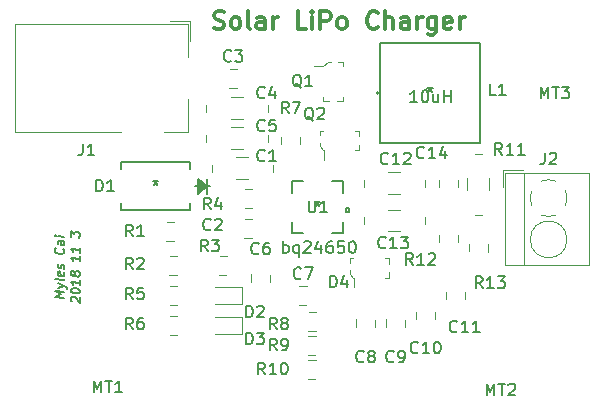
<source format=gbr>
G04 #@! TF.GenerationSoftware,KiCad,Pcbnew,(5.0.1-3-g963ef8bb5)*
G04 #@! TF.CreationDate,2018-11-04T00:53:12-04:00*
G04 #@! TF.ProjectId,Solar LiPo Charger,536F6C6172204C69506F204368617267,1A*
G04 #@! TF.SameCoordinates,Original*
G04 #@! TF.FileFunction,Legend,Top*
G04 #@! TF.FilePolarity,Positive*
%FSLAX46Y46*%
G04 Gerber Fmt 4.6, Leading zero omitted, Abs format (unit mm)*
G04 Created by KiCad (PCBNEW (5.0.1-3-g963ef8bb5)) date Sunday, November 04, 2018 at 12:53:12 AM*
%MOMM*%
%LPD*%
G01*
G04 APERTURE LIST*
%ADD10C,0.190500*%
%ADD11C,0.300000*%
%ADD12C,0.100000*%
%ADD13C,0.120000*%
%ADD14C,0.152400*%
%ADD15C,0.150000*%
G04 APERTURE END LIST*
D10*
X109088464Y-92257165D02*
X108326464Y-92161915D01*
X108870750Y-91975951D01*
X108326464Y-91653915D01*
X109088464Y-91749165D01*
X108580464Y-91395379D02*
X109088464Y-91277451D01*
X108580464Y-91032522D02*
X109088464Y-91277451D01*
X109269892Y-91372701D01*
X109306178Y-91413522D01*
X109342464Y-91490629D01*
X109088464Y-90696879D02*
X109052178Y-90764915D01*
X108979607Y-90792129D01*
X108326464Y-90710487D01*
X109052178Y-90111772D02*
X109088464Y-90188879D01*
X109088464Y-90334022D01*
X109052178Y-90402058D01*
X108979607Y-90429272D01*
X108689321Y-90392987D01*
X108616750Y-90347629D01*
X108580464Y-90270522D01*
X108580464Y-90125379D01*
X108616750Y-90057344D01*
X108689321Y-90030129D01*
X108761892Y-90039201D01*
X108834464Y-90411129D01*
X109052178Y-89785201D02*
X109088464Y-89717165D01*
X109088464Y-89572022D01*
X109052178Y-89494915D01*
X108979607Y-89449558D01*
X108943321Y-89445022D01*
X108870750Y-89472237D01*
X108834464Y-89540272D01*
X108834464Y-89649129D01*
X108798178Y-89717165D01*
X108725607Y-89744379D01*
X108689321Y-89739844D01*
X108616750Y-89694487D01*
X108580464Y-89617379D01*
X108580464Y-89508522D01*
X108616750Y-89440487D01*
X109015892Y-88111522D02*
X109052178Y-88152344D01*
X109088464Y-88265737D01*
X109088464Y-88338308D01*
X109052178Y-88442629D01*
X108979607Y-88506129D01*
X108907035Y-88533344D01*
X108761892Y-88551487D01*
X108653035Y-88537879D01*
X108507892Y-88483451D01*
X108435321Y-88438094D01*
X108362750Y-88356451D01*
X108326464Y-88243058D01*
X108326464Y-88170487D01*
X108362750Y-88066165D01*
X108399035Y-88034415D01*
X109088464Y-87467451D02*
X108689321Y-87417558D01*
X108616750Y-87444772D01*
X108580464Y-87512808D01*
X108580464Y-87657951D01*
X108616750Y-87735058D01*
X109052178Y-87462915D02*
X109088464Y-87540022D01*
X109088464Y-87721451D01*
X109052178Y-87789487D01*
X108979607Y-87816701D01*
X108907035Y-87807629D01*
X108834464Y-87762272D01*
X108798178Y-87685165D01*
X108798178Y-87503737D01*
X108761892Y-87426629D01*
X109088464Y-87104594D02*
X108580464Y-87041094D01*
X108326464Y-87009344D02*
X108362750Y-87050165D01*
X108399035Y-87018415D01*
X108362750Y-86977594D01*
X108326464Y-87009344D01*
X108399035Y-87018415D01*
X109732535Y-92570129D02*
X109696250Y-92529308D01*
X109659964Y-92452201D01*
X109659964Y-92270772D01*
X109696250Y-92202737D01*
X109732535Y-92170987D01*
X109805107Y-92143772D01*
X109877678Y-92152844D01*
X109986535Y-92202737D01*
X110421964Y-92692594D01*
X110421964Y-92220879D01*
X109659964Y-91653915D02*
X109659964Y-91581344D01*
X109696250Y-91513308D01*
X109732535Y-91481558D01*
X109805107Y-91454344D01*
X109950250Y-91436201D01*
X110131678Y-91458879D01*
X110276821Y-91513308D01*
X110349392Y-91558665D01*
X110385678Y-91599487D01*
X110421964Y-91676594D01*
X110421964Y-91749165D01*
X110385678Y-91817201D01*
X110349392Y-91848951D01*
X110276821Y-91876165D01*
X110131678Y-91894308D01*
X109950250Y-91871629D01*
X109805107Y-91817201D01*
X109732535Y-91771844D01*
X109696250Y-91731022D01*
X109659964Y-91653915D01*
X110421964Y-90769451D02*
X110421964Y-91204879D01*
X110421964Y-90987165D02*
X109659964Y-90891915D01*
X109768821Y-90978094D01*
X109841392Y-91059737D01*
X109877678Y-91136844D01*
X109986535Y-90279594D02*
X109950250Y-90347629D01*
X109913964Y-90379379D01*
X109841392Y-90406594D01*
X109805107Y-90402058D01*
X109732535Y-90356701D01*
X109696250Y-90315879D01*
X109659964Y-90238772D01*
X109659964Y-90093629D01*
X109696250Y-90025594D01*
X109732535Y-89993844D01*
X109805107Y-89966629D01*
X109841392Y-89971165D01*
X109913964Y-90016522D01*
X109950250Y-90057344D01*
X109986535Y-90134451D01*
X109986535Y-90279594D01*
X110022821Y-90356701D01*
X110059107Y-90397522D01*
X110131678Y-90442879D01*
X110276821Y-90461022D01*
X110349392Y-90433808D01*
X110385678Y-90402058D01*
X110421964Y-90334022D01*
X110421964Y-90188879D01*
X110385678Y-90111772D01*
X110349392Y-90070951D01*
X110276821Y-90025594D01*
X110131678Y-90007451D01*
X110059107Y-90034665D01*
X110022821Y-90066415D01*
X109986535Y-90134451D01*
X110421964Y-88737451D02*
X110421964Y-89172879D01*
X110421964Y-88955165D02*
X109659964Y-88859915D01*
X109768821Y-88946094D01*
X109841392Y-89027737D01*
X109877678Y-89104844D01*
X110421964Y-88011737D02*
X110421964Y-88447165D01*
X110421964Y-88229451D02*
X109659964Y-88134201D01*
X109768821Y-88220379D01*
X109841392Y-88302022D01*
X109877678Y-88379129D01*
X109659964Y-87081915D02*
X109659964Y-86610201D01*
X109950250Y-86900487D01*
X109950250Y-86791629D01*
X109986535Y-86723594D01*
X110022821Y-86691844D01*
X110095392Y-86664629D01*
X110276821Y-86687308D01*
X110349392Y-86732665D01*
X110385678Y-86773487D01*
X110421964Y-86850594D01*
X110421964Y-87068308D01*
X110385678Y-87136344D01*
X110349392Y-87168094D01*
D11*
X121798285Y-69441142D02*
X122012571Y-69512571D01*
X122369714Y-69512571D01*
X122512571Y-69441142D01*
X122584000Y-69369714D01*
X122655428Y-69226857D01*
X122655428Y-69084000D01*
X122584000Y-68941142D01*
X122512571Y-68869714D01*
X122369714Y-68798285D01*
X122084000Y-68726857D01*
X121941142Y-68655428D01*
X121869714Y-68584000D01*
X121798285Y-68441142D01*
X121798285Y-68298285D01*
X121869714Y-68155428D01*
X121941142Y-68084000D01*
X122084000Y-68012571D01*
X122441142Y-68012571D01*
X122655428Y-68084000D01*
X123512571Y-69512571D02*
X123369714Y-69441142D01*
X123298285Y-69369714D01*
X123226857Y-69226857D01*
X123226857Y-68798285D01*
X123298285Y-68655428D01*
X123369714Y-68584000D01*
X123512571Y-68512571D01*
X123726857Y-68512571D01*
X123869714Y-68584000D01*
X123941142Y-68655428D01*
X124012571Y-68798285D01*
X124012571Y-69226857D01*
X123941142Y-69369714D01*
X123869714Y-69441142D01*
X123726857Y-69512571D01*
X123512571Y-69512571D01*
X124869714Y-69512571D02*
X124726857Y-69441142D01*
X124655428Y-69298285D01*
X124655428Y-68012571D01*
X126084000Y-69512571D02*
X126084000Y-68726857D01*
X126012571Y-68584000D01*
X125869714Y-68512571D01*
X125584000Y-68512571D01*
X125441142Y-68584000D01*
X126084000Y-69441142D02*
X125941142Y-69512571D01*
X125584000Y-69512571D01*
X125441142Y-69441142D01*
X125369714Y-69298285D01*
X125369714Y-69155428D01*
X125441142Y-69012571D01*
X125584000Y-68941142D01*
X125941142Y-68941142D01*
X126084000Y-68869714D01*
X126798285Y-69512571D02*
X126798285Y-68512571D01*
X126798285Y-68798285D02*
X126869714Y-68655428D01*
X126941142Y-68584000D01*
X127084000Y-68512571D01*
X127226857Y-68512571D01*
X129584000Y-69512571D02*
X128869714Y-69512571D01*
X128869714Y-68012571D01*
X130084000Y-69512571D02*
X130084000Y-68512571D01*
X130084000Y-68012571D02*
X130012571Y-68084000D01*
X130084000Y-68155428D01*
X130155428Y-68084000D01*
X130084000Y-68012571D01*
X130084000Y-68155428D01*
X130798285Y-69512571D02*
X130798285Y-68012571D01*
X131369714Y-68012571D01*
X131512571Y-68084000D01*
X131584000Y-68155428D01*
X131655428Y-68298285D01*
X131655428Y-68512571D01*
X131584000Y-68655428D01*
X131512571Y-68726857D01*
X131369714Y-68798285D01*
X130798285Y-68798285D01*
X132512571Y-69512571D02*
X132369714Y-69441142D01*
X132298285Y-69369714D01*
X132226857Y-69226857D01*
X132226857Y-68798285D01*
X132298285Y-68655428D01*
X132369714Y-68584000D01*
X132512571Y-68512571D01*
X132726857Y-68512571D01*
X132869714Y-68584000D01*
X132941142Y-68655428D01*
X133012571Y-68798285D01*
X133012571Y-69226857D01*
X132941142Y-69369714D01*
X132869714Y-69441142D01*
X132726857Y-69512571D01*
X132512571Y-69512571D01*
X135655428Y-69369714D02*
X135584000Y-69441142D01*
X135369714Y-69512571D01*
X135226857Y-69512571D01*
X135012571Y-69441142D01*
X134869714Y-69298285D01*
X134798285Y-69155428D01*
X134726857Y-68869714D01*
X134726857Y-68655428D01*
X134798285Y-68369714D01*
X134869714Y-68226857D01*
X135012571Y-68084000D01*
X135226857Y-68012571D01*
X135369714Y-68012571D01*
X135584000Y-68084000D01*
X135655428Y-68155428D01*
X136298285Y-69512571D02*
X136298285Y-68012571D01*
X136941142Y-69512571D02*
X136941142Y-68726857D01*
X136869714Y-68584000D01*
X136726857Y-68512571D01*
X136512571Y-68512571D01*
X136369714Y-68584000D01*
X136298285Y-68655428D01*
X138298285Y-69512571D02*
X138298285Y-68726857D01*
X138226857Y-68584000D01*
X138084000Y-68512571D01*
X137798285Y-68512571D01*
X137655428Y-68584000D01*
X138298285Y-69441142D02*
X138155428Y-69512571D01*
X137798285Y-69512571D01*
X137655428Y-69441142D01*
X137584000Y-69298285D01*
X137584000Y-69155428D01*
X137655428Y-69012571D01*
X137798285Y-68941142D01*
X138155428Y-68941142D01*
X138298285Y-68869714D01*
X139012571Y-69512571D02*
X139012571Y-68512571D01*
X139012571Y-68798285D02*
X139084000Y-68655428D01*
X139155428Y-68584000D01*
X139298285Y-68512571D01*
X139441142Y-68512571D01*
X140584000Y-68512571D02*
X140584000Y-69726857D01*
X140512571Y-69869714D01*
X140441142Y-69941142D01*
X140298285Y-70012571D01*
X140084000Y-70012571D01*
X139941142Y-69941142D01*
X140584000Y-69441142D02*
X140441142Y-69512571D01*
X140155428Y-69512571D01*
X140012571Y-69441142D01*
X139941142Y-69369714D01*
X139869714Y-69226857D01*
X139869714Y-68798285D01*
X139941142Y-68655428D01*
X140012571Y-68584000D01*
X140155428Y-68512571D01*
X140441142Y-68512571D01*
X140584000Y-68584000D01*
X141869714Y-69441142D02*
X141726857Y-69512571D01*
X141441142Y-69512571D01*
X141298285Y-69441142D01*
X141226857Y-69298285D01*
X141226857Y-68726857D01*
X141298285Y-68584000D01*
X141441142Y-68512571D01*
X141726857Y-68512571D01*
X141869714Y-68584000D01*
X141941142Y-68726857D01*
X141941142Y-68869714D01*
X141226857Y-69012571D01*
X142584000Y-69512571D02*
X142584000Y-68512571D01*
X142584000Y-68798285D02*
X142655428Y-68655428D01*
X142726857Y-68584000D01*
X142869714Y-68512571D01*
X143012571Y-68512571D01*
D12*
G04 #@! TO.C,C1*
X126784000Y-80980000D02*
X126784000Y-81580000D01*
X121584000Y-80980000D02*
X121584000Y-81580000D01*
X124184000Y-82180000D02*
X123684000Y-82180000D01*
X124184000Y-82180000D02*
X124684000Y-82180000D01*
X124184000Y-80380000D02*
X123684000Y-80380000D01*
X124184000Y-80380000D02*
X124684000Y-80380000D01*
D13*
G04 #@! TO.C,C2*
X124980000Y-84620000D02*
X124380000Y-84620000D01*
X125000000Y-83020000D02*
X124400000Y-83020000D01*
G04 #@! TO.C,C3*
X123090000Y-74460000D02*
X123690000Y-74460000D01*
X123110000Y-72860000D02*
X123710000Y-72860000D01*
D12*
G04 #@! TO.C,C4*
X126320000Y-75900000D02*
X126320000Y-76500000D01*
X121120000Y-75900000D02*
X121120000Y-76500000D01*
X123720000Y-77100000D02*
X123220000Y-77100000D01*
X123720000Y-77100000D02*
X124220000Y-77100000D01*
X123720000Y-75300000D02*
X123220000Y-75300000D01*
X123720000Y-75300000D02*
X124220000Y-75300000D01*
G04 #@! TO.C,C5*
X123720000Y-77840000D02*
X124220000Y-77840000D01*
X123720000Y-77840000D02*
X123220000Y-77840000D01*
X123720000Y-79640000D02*
X124220000Y-79640000D01*
X123720000Y-79640000D02*
X123220000Y-79640000D01*
X121120000Y-78440000D02*
X121120000Y-79040000D01*
X126320000Y-78440000D02*
X126320000Y-79040000D01*
D13*
G04 #@! TO.C,C6*
X124930000Y-90885000D02*
X124930000Y-90285000D01*
X126530000Y-90905000D02*
X126530000Y-90305000D01*
G04 #@! TO.C,C7*
X129000000Y-92875000D02*
X129600000Y-92875000D01*
X129020000Y-91275000D02*
X129620000Y-91275000D01*
G04 #@! TO.C,C8*
X135420000Y-94715000D02*
X135420000Y-94115000D01*
X133820000Y-94695000D02*
X133820000Y-94095000D01*
G04 #@! TO.C,C9*
X136360000Y-94695000D02*
X136360000Y-94095000D01*
X137960000Y-94715000D02*
X137960000Y-94115000D01*
G04 #@! TO.C,C10*
X138900000Y-93440000D02*
X138900000Y-94040000D01*
X140500000Y-93460000D02*
X140500000Y-94060000D01*
G04 #@! TO.C,C11*
X141440000Y-92375000D02*
X141440000Y-91775000D01*
X143040000Y-92395000D02*
X143040000Y-91795000D01*
D12*
G04 #@! TO.C,C12*
X134455000Y-82850000D02*
X134455000Y-82250000D01*
X139655000Y-82850000D02*
X139655000Y-82250000D01*
X137055000Y-81650000D02*
X137555000Y-81650000D01*
X137055000Y-81650000D02*
X136555000Y-81650000D01*
X137055000Y-83450000D02*
X137555000Y-83450000D01*
X137055000Y-83450000D02*
X136555000Y-83450000D01*
G04 #@! TO.C,C13*
X137055000Y-86625000D02*
X136555000Y-86625000D01*
X137055000Y-86625000D02*
X137555000Y-86625000D01*
X137055000Y-84825000D02*
X136555000Y-84825000D01*
X137055000Y-84825000D02*
X137555000Y-84825000D01*
X139655000Y-86025000D02*
X139655000Y-85425000D01*
X134455000Y-86025000D02*
X134455000Y-85425000D01*
D13*
G04 #@! TO.C,C14*
X142405000Y-82870000D02*
X142405000Y-82270000D01*
X140805000Y-82850000D02*
X140805000Y-82250000D01*
D14*
G04 #@! TO.C,D1*
X120142000Y-82804000D02*
X121412000Y-82804000D01*
X121158000Y-83439000D02*
X121158000Y-82169000D01*
X121158000Y-82804000D02*
X120396000Y-83439000D01*
X121158000Y-82804000D02*
X120396000Y-83312000D01*
X121158000Y-82804000D02*
X120396000Y-83185000D01*
X121158000Y-82804000D02*
X120396000Y-83058000D01*
X121158000Y-82804000D02*
X120396000Y-82931000D01*
X121158000Y-82804000D02*
X120396000Y-82169000D01*
X121158000Y-82804000D02*
X120396000Y-82296000D01*
X121158000Y-82804000D02*
X120396000Y-82423000D01*
X121158000Y-82804000D02*
X120396000Y-82550000D01*
X121158000Y-82804000D02*
X120396000Y-82677000D01*
X120396000Y-83439000D02*
X120396000Y-82169000D01*
X119761000Y-80772000D02*
X113919000Y-80772000D01*
X113919000Y-80772000D02*
X113919000Y-81391760D01*
X113919000Y-84836000D02*
X119761000Y-84836000D01*
X119761000Y-84836000D02*
X119761000Y-84216240D01*
X119761000Y-81391760D02*
X119761000Y-80772000D01*
X113919000Y-84216240D02*
X113919000Y-84836000D01*
D13*
G04 #@! TO.C,D2*
X124192500Y-91340000D02*
X121907500Y-91340000D01*
X124192500Y-92810000D02*
X124192500Y-91340000D01*
X121907500Y-92810000D02*
X124192500Y-92810000D01*
G04 #@! TO.C,D3*
X121907500Y-95350000D02*
X124192500Y-95350000D01*
X124192500Y-95350000D02*
X124192500Y-93880000D01*
X124192500Y-93880000D02*
X121907500Y-93880000D01*
D12*
G04 #@! TO.C,D4*
X133290000Y-89930000D02*
X133290000Y-90205000D01*
X133290000Y-90205000D02*
X133565000Y-90580000D01*
X133565000Y-90580000D02*
X133615000Y-90580000D01*
X133615000Y-90580000D02*
X133615000Y-91355000D01*
X136590000Y-90105000D02*
X136590000Y-90580000D01*
X136590000Y-90580000D02*
X136240000Y-90580000D01*
X136365000Y-88930000D02*
X136240000Y-88930000D01*
X136290000Y-88930000D02*
X136590000Y-88930000D01*
X136590000Y-88930000D02*
X136590000Y-89380000D01*
X133290000Y-89305000D02*
X133290000Y-88930000D01*
X133290000Y-88930000D02*
X133590000Y-88930000D01*
D13*
G04 #@! TO.C,J1*
X113945000Y-78260000D02*
X104945000Y-78260000D01*
X104945000Y-78260000D02*
X104945000Y-69060000D01*
X104945000Y-69060000D02*
X119545000Y-69060000D01*
X119545000Y-69060000D02*
X119545000Y-71860000D01*
X119545000Y-75460000D02*
X119545000Y-78260000D01*
X119545000Y-78260000D02*
X117545000Y-78260000D01*
X118045000Y-68820000D02*
X119785000Y-68820000D01*
X119785000Y-68820000D02*
X119785000Y-70560000D01*
G04 #@! TO.C,J2*
X148682615Y-84427587D02*
G75*
G02X148559000Y-83820000I1431385J607587D01*
G01*
X150721742Y-85252109D02*
G75*
G02X149506000Y-85252000I-607742J1432109D01*
G01*
X151546109Y-83212258D02*
G75*
G02X151546000Y-84428000I-1432109J-607742D01*
G01*
X149506258Y-82387891D02*
G75*
G02X150722000Y-82388000I607742J-1432109D01*
G01*
X148558508Y-83847011D02*
G75*
G02X148682000Y-83212000I1555492J27011D01*
G01*
X151669000Y-87320000D02*
G75*
G03X151669000Y-87320000I-1555000J0D01*
G01*
X148014000Y-81660000D02*
X148014000Y-89480000D01*
X153574000Y-81660000D02*
X153574000Y-89480000D01*
X146454000Y-81660000D02*
X146454000Y-89480000D01*
X153574000Y-81660000D02*
X146454000Y-81660000D01*
X153574000Y-89480000D02*
X146454000Y-89480000D01*
X147954000Y-81420000D02*
X146214000Y-81420000D01*
X146214000Y-81420000D02*
X146214000Y-82920000D01*
D14*
G04 #@! TO.C,L1*
X135845550Y-79159100D02*
X144303750Y-79159100D01*
X144303750Y-79159100D02*
X144303750Y-70700900D01*
X144303750Y-70700900D02*
X135845550Y-70700900D01*
X135845550Y-70700900D02*
X135845550Y-79159100D01*
X135693150Y-74930000D02*
G75*
G03X135693150Y-74930000I-76200J0D01*
G01*
D13*
G04 #@! TO.C,R1*
X117756000Y-87414000D02*
X118356000Y-87414000D01*
X117776000Y-85814000D02*
X118376000Y-85814000D01*
G04 #@! TO.C,R2*
X118010000Y-90335000D02*
X118610000Y-90335000D01*
X118030000Y-88735000D02*
X118630000Y-88735000D01*
G04 #@! TO.C,R3*
X122255000Y-88735000D02*
X122855000Y-88735000D01*
X122235000Y-90335000D02*
X122835000Y-90335000D01*
G04 #@! TO.C,R4*
X124360000Y-87160000D02*
X124960000Y-87160000D01*
X124380000Y-85560000D02*
X124980000Y-85560000D01*
G04 #@! TO.C,R5*
X118630000Y-92875000D02*
X118030000Y-92875000D01*
X118650000Y-91275000D02*
X118050000Y-91275000D01*
G04 #@! TO.C,R6*
X118650000Y-93815000D02*
X118050000Y-93815000D01*
X118630000Y-95415000D02*
X118030000Y-95415000D01*
G04 #@! TO.C,R7*
X127470000Y-78640000D02*
X127470000Y-79240000D01*
X129070000Y-78660000D02*
X129070000Y-79260000D01*
G04 #@! TO.C,R8*
X130382000Y-95034000D02*
X129782000Y-95034000D01*
X130402000Y-93434000D02*
X129802000Y-93434000D01*
G04 #@! TO.C,R9*
X129762000Y-97066000D02*
X130362000Y-97066000D01*
X129782000Y-95466000D02*
X130382000Y-95466000D01*
G04 #@! TO.C,R10*
X129782000Y-97498000D02*
X130382000Y-97498000D01*
X129762000Y-99098000D02*
X130362000Y-99098000D01*
D12*
G04 #@! TO.C,R11*
X143245000Y-82655000D02*
X143245000Y-82155000D01*
X143245000Y-82655000D02*
X143245000Y-83155000D01*
X145045000Y-82655000D02*
X145045000Y-82155000D01*
X145045000Y-82655000D02*
X145045000Y-83155000D01*
X143845000Y-85255000D02*
X144445000Y-85255000D01*
X143845000Y-80055000D02*
X144445000Y-80055000D01*
D13*
G04 #@! TO.C,R12*
X140805000Y-87515000D02*
X140805000Y-86915000D01*
X142405000Y-87535000D02*
X142405000Y-86935000D01*
G04 #@! TO.C,R13*
X144945000Y-87745000D02*
X144945000Y-88345000D01*
X143345000Y-87725000D02*
X143345000Y-88325000D01*
D14*
G04 #@! TO.C,U1*
X128371600Y-86766400D02*
X129334854Y-86766400D01*
X132740400Y-86766400D02*
X132740400Y-85802958D01*
X132740400Y-82397600D02*
X131777146Y-82397600D01*
X128371600Y-82397600D02*
X128371600Y-83361042D01*
X128371600Y-85802958D02*
X128371600Y-86766400D01*
X131777146Y-86766400D02*
X132740400Y-86766400D01*
X132740400Y-83361042D02*
X132740400Y-82397600D01*
X129334854Y-82397600D02*
X128371600Y-82397600D01*
X133214001Y-84641499D02*
X133214001Y-85022500D01*
X133214001Y-85022500D02*
X132960001Y-85022500D01*
X132960001Y-85022500D02*
X132960001Y-84641499D01*
X132960001Y-84641499D02*
X133214001Y-84641499D01*
D12*
G04 #@! TO.C,Q1*
X131685000Y-72330000D02*
X131410000Y-72330000D01*
X131410000Y-72330000D02*
X131035000Y-72605000D01*
X131035000Y-72605000D02*
X131035000Y-72655000D01*
X131035000Y-72655000D02*
X130260000Y-72655000D01*
X131510000Y-75630000D02*
X131035000Y-75630000D01*
X131035000Y-75630000D02*
X131035000Y-75280000D01*
X132685000Y-75405000D02*
X132685000Y-75280000D01*
X132685000Y-75330000D02*
X132685000Y-75630000D01*
X132685000Y-75630000D02*
X132235000Y-75630000D01*
X132310000Y-72330000D02*
X132685000Y-72330000D01*
X132685000Y-72330000D02*
X132685000Y-72630000D01*
G04 #@! TO.C,Q2*
X130750000Y-78135000D02*
X131050000Y-78135000D01*
X130750000Y-78510000D02*
X130750000Y-78135000D01*
X134050000Y-78135000D02*
X134050000Y-78585000D01*
X133750000Y-78135000D02*
X134050000Y-78135000D01*
X133825000Y-78135000D02*
X133700000Y-78135000D01*
X134050000Y-79785000D02*
X133700000Y-79785000D01*
X134050000Y-79310000D02*
X134050000Y-79785000D01*
X131075000Y-79785000D02*
X131075000Y-80560000D01*
X131025000Y-79785000D02*
X131075000Y-79785000D01*
X130750000Y-79410000D02*
X131025000Y-79785000D01*
X130750000Y-79135000D02*
X130750000Y-79410000D01*
G04 #@! TO.C,C1*
D15*
X126071333Y-80621142D02*
X126023714Y-80668761D01*
X125880857Y-80716380D01*
X125785619Y-80716380D01*
X125642761Y-80668761D01*
X125547523Y-80573523D01*
X125499904Y-80478285D01*
X125452285Y-80287809D01*
X125452285Y-80144952D01*
X125499904Y-79954476D01*
X125547523Y-79859238D01*
X125642761Y-79764000D01*
X125785619Y-79716380D01*
X125880857Y-79716380D01*
X126023714Y-79764000D01*
X126071333Y-79811619D01*
X127023714Y-80716380D02*
X126452285Y-80716380D01*
X126738000Y-80716380D02*
X126738000Y-79716380D01*
X126642761Y-79859238D01*
X126547523Y-79954476D01*
X126452285Y-80002095D01*
G04 #@! TO.C,C2*
X121499333Y-86463142D02*
X121451714Y-86510761D01*
X121308857Y-86558380D01*
X121213619Y-86558380D01*
X121070761Y-86510761D01*
X120975523Y-86415523D01*
X120927904Y-86320285D01*
X120880285Y-86129809D01*
X120880285Y-85986952D01*
X120927904Y-85796476D01*
X120975523Y-85701238D01*
X121070761Y-85606000D01*
X121213619Y-85558380D01*
X121308857Y-85558380D01*
X121451714Y-85606000D01*
X121499333Y-85653619D01*
X121880285Y-85653619D02*
X121927904Y-85606000D01*
X122023142Y-85558380D01*
X122261238Y-85558380D01*
X122356476Y-85606000D01*
X122404095Y-85653619D01*
X122451714Y-85748857D01*
X122451714Y-85844095D01*
X122404095Y-85986952D01*
X121832666Y-86558380D01*
X122451714Y-86558380D01*
G04 #@! TO.C,C3*
X123243333Y-72177142D02*
X123195714Y-72224761D01*
X123052857Y-72272380D01*
X122957619Y-72272380D01*
X122814761Y-72224761D01*
X122719523Y-72129523D01*
X122671904Y-72034285D01*
X122624285Y-71843809D01*
X122624285Y-71700952D01*
X122671904Y-71510476D01*
X122719523Y-71415238D01*
X122814761Y-71320000D01*
X122957619Y-71272380D01*
X123052857Y-71272380D01*
X123195714Y-71320000D01*
X123243333Y-71367619D01*
X123576666Y-71272380D02*
X124195714Y-71272380D01*
X123862380Y-71653333D01*
X124005238Y-71653333D01*
X124100476Y-71700952D01*
X124148095Y-71748571D01*
X124195714Y-71843809D01*
X124195714Y-72081904D01*
X124148095Y-72177142D01*
X124100476Y-72224761D01*
X124005238Y-72272380D01*
X123719523Y-72272380D01*
X123624285Y-72224761D01*
X123576666Y-72177142D01*
G04 #@! TO.C,C4*
X126071333Y-75287142D02*
X126023714Y-75334761D01*
X125880857Y-75382380D01*
X125785619Y-75382380D01*
X125642761Y-75334761D01*
X125547523Y-75239523D01*
X125499904Y-75144285D01*
X125452285Y-74953809D01*
X125452285Y-74810952D01*
X125499904Y-74620476D01*
X125547523Y-74525238D01*
X125642761Y-74430000D01*
X125785619Y-74382380D01*
X125880857Y-74382380D01*
X126023714Y-74430000D01*
X126071333Y-74477619D01*
X126928476Y-74715714D02*
X126928476Y-75382380D01*
X126690380Y-74334761D02*
X126452285Y-75049047D01*
X127071333Y-75049047D01*
G04 #@! TO.C,C5*
X126071333Y-78081142D02*
X126023714Y-78128761D01*
X125880857Y-78176380D01*
X125785619Y-78176380D01*
X125642761Y-78128761D01*
X125547523Y-78033523D01*
X125499904Y-77938285D01*
X125452285Y-77747809D01*
X125452285Y-77604952D01*
X125499904Y-77414476D01*
X125547523Y-77319238D01*
X125642761Y-77224000D01*
X125785619Y-77176380D01*
X125880857Y-77176380D01*
X126023714Y-77224000D01*
X126071333Y-77271619D01*
X126976095Y-77176380D02*
X126499904Y-77176380D01*
X126452285Y-77652571D01*
X126499904Y-77604952D01*
X126595142Y-77557333D01*
X126833238Y-77557333D01*
X126928476Y-77604952D01*
X126976095Y-77652571D01*
X127023714Y-77747809D01*
X127023714Y-77985904D01*
X126976095Y-78081142D01*
X126928476Y-78128761D01*
X126833238Y-78176380D01*
X126595142Y-78176380D01*
X126499904Y-78128761D01*
X126452285Y-78081142D01*
G04 #@! TO.C,C6*
X125563333Y-88495142D02*
X125515714Y-88542761D01*
X125372857Y-88590380D01*
X125277619Y-88590380D01*
X125134761Y-88542761D01*
X125039523Y-88447523D01*
X124991904Y-88352285D01*
X124944285Y-88161809D01*
X124944285Y-88018952D01*
X124991904Y-87828476D01*
X125039523Y-87733238D01*
X125134761Y-87638000D01*
X125277619Y-87590380D01*
X125372857Y-87590380D01*
X125515714Y-87638000D01*
X125563333Y-87685619D01*
X126420476Y-87590380D02*
X126230000Y-87590380D01*
X126134761Y-87638000D01*
X126087142Y-87685619D01*
X125991904Y-87828476D01*
X125944285Y-88018952D01*
X125944285Y-88399904D01*
X125991904Y-88495142D01*
X126039523Y-88542761D01*
X126134761Y-88590380D01*
X126325238Y-88590380D01*
X126420476Y-88542761D01*
X126468095Y-88495142D01*
X126515714Y-88399904D01*
X126515714Y-88161809D01*
X126468095Y-88066571D01*
X126420476Y-88018952D01*
X126325238Y-87971333D01*
X126134761Y-87971333D01*
X126039523Y-88018952D01*
X125991904Y-88066571D01*
X125944285Y-88161809D01*
G04 #@! TO.C,C7*
X129153333Y-90592142D02*
X129105714Y-90639761D01*
X128962857Y-90687380D01*
X128867619Y-90687380D01*
X128724761Y-90639761D01*
X128629523Y-90544523D01*
X128581904Y-90449285D01*
X128534285Y-90258809D01*
X128534285Y-90115952D01*
X128581904Y-89925476D01*
X128629523Y-89830238D01*
X128724761Y-89735000D01*
X128867619Y-89687380D01*
X128962857Y-89687380D01*
X129105714Y-89735000D01*
X129153333Y-89782619D01*
X129486666Y-89687380D02*
X130153333Y-89687380D01*
X129724761Y-90687380D01*
G04 #@! TO.C,C8*
X134453333Y-97639142D02*
X134405714Y-97686761D01*
X134262857Y-97734380D01*
X134167619Y-97734380D01*
X134024761Y-97686761D01*
X133929523Y-97591523D01*
X133881904Y-97496285D01*
X133834285Y-97305809D01*
X133834285Y-97162952D01*
X133881904Y-96972476D01*
X133929523Y-96877238D01*
X134024761Y-96782000D01*
X134167619Y-96734380D01*
X134262857Y-96734380D01*
X134405714Y-96782000D01*
X134453333Y-96829619D01*
X135024761Y-97162952D02*
X134929523Y-97115333D01*
X134881904Y-97067714D01*
X134834285Y-96972476D01*
X134834285Y-96924857D01*
X134881904Y-96829619D01*
X134929523Y-96782000D01*
X135024761Y-96734380D01*
X135215238Y-96734380D01*
X135310476Y-96782000D01*
X135358095Y-96829619D01*
X135405714Y-96924857D01*
X135405714Y-96972476D01*
X135358095Y-97067714D01*
X135310476Y-97115333D01*
X135215238Y-97162952D01*
X135024761Y-97162952D01*
X134929523Y-97210571D01*
X134881904Y-97258190D01*
X134834285Y-97353428D01*
X134834285Y-97543904D01*
X134881904Y-97639142D01*
X134929523Y-97686761D01*
X135024761Y-97734380D01*
X135215238Y-97734380D01*
X135310476Y-97686761D01*
X135358095Y-97639142D01*
X135405714Y-97543904D01*
X135405714Y-97353428D01*
X135358095Y-97258190D01*
X135310476Y-97210571D01*
X135215238Y-97162952D01*
G04 #@! TO.C,C9*
X136993333Y-97639142D02*
X136945714Y-97686761D01*
X136802857Y-97734380D01*
X136707619Y-97734380D01*
X136564761Y-97686761D01*
X136469523Y-97591523D01*
X136421904Y-97496285D01*
X136374285Y-97305809D01*
X136374285Y-97162952D01*
X136421904Y-96972476D01*
X136469523Y-96877238D01*
X136564761Y-96782000D01*
X136707619Y-96734380D01*
X136802857Y-96734380D01*
X136945714Y-96782000D01*
X136993333Y-96829619D01*
X137469523Y-97734380D02*
X137660000Y-97734380D01*
X137755238Y-97686761D01*
X137802857Y-97639142D01*
X137898095Y-97496285D01*
X137945714Y-97305809D01*
X137945714Y-96924857D01*
X137898095Y-96829619D01*
X137850476Y-96782000D01*
X137755238Y-96734380D01*
X137564761Y-96734380D01*
X137469523Y-96782000D01*
X137421904Y-96829619D01*
X137374285Y-96924857D01*
X137374285Y-97162952D01*
X137421904Y-97258190D01*
X137469523Y-97305809D01*
X137564761Y-97353428D01*
X137755238Y-97353428D01*
X137850476Y-97305809D01*
X137898095Y-97258190D01*
X137945714Y-97162952D01*
G04 #@! TO.C,C10*
X139057142Y-96877142D02*
X139009523Y-96924761D01*
X138866666Y-96972380D01*
X138771428Y-96972380D01*
X138628571Y-96924761D01*
X138533333Y-96829523D01*
X138485714Y-96734285D01*
X138438095Y-96543809D01*
X138438095Y-96400952D01*
X138485714Y-96210476D01*
X138533333Y-96115238D01*
X138628571Y-96020000D01*
X138771428Y-95972380D01*
X138866666Y-95972380D01*
X139009523Y-96020000D01*
X139057142Y-96067619D01*
X140009523Y-96972380D02*
X139438095Y-96972380D01*
X139723809Y-96972380D02*
X139723809Y-95972380D01*
X139628571Y-96115238D01*
X139533333Y-96210476D01*
X139438095Y-96258095D01*
X140628571Y-95972380D02*
X140723809Y-95972380D01*
X140819047Y-96020000D01*
X140866666Y-96067619D01*
X140914285Y-96162857D01*
X140961904Y-96353333D01*
X140961904Y-96591428D01*
X140914285Y-96781904D01*
X140866666Y-96877142D01*
X140819047Y-96924761D01*
X140723809Y-96972380D01*
X140628571Y-96972380D01*
X140533333Y-96924761D01*
X140485714Y-96877142D01*
X140438095Y-96781904D01*
X140390476Y-96591428D01*
X140390476Y-96353333D01*
X140438095Y-96162857D01*
X140485714Y-96067619D01*
X140533333Y-96020000D01*
X140628571Y-95972380D01*
G04 #@! TO.C,C11*
X142359142Y-95099142D02*
X142311523Y-95146761D01*
X142168666Y-95194380D01*
X142073428Y-95194380D01*
X141930571Y-95146761D01*
X141835333Y-95051523D01*
X141787714Y-94956285D01*
X141740095Y-94765809D01*
X141740095Y-94622952D01*
X141787714Y-94432476D01*
X141835333Y-94337238D01*
X141930571Y-94242000D01*
X142073428Y-94194380D01*
X142168666Y-94194380D01*
X142311523Y-94242000D01*
X142359142Y-94289619D01*
X143311523Y-95194380D02*
X142740095Y-95194380D01*
X143025809Y-95194380D02*
X143025809Y-94194380D01*
X142930571Y-94337238D01*
X142835333Y-94432476D01*
X142740095Y-94480095D01*
X144263904Y-95194380D02*
X143692476Y-95194380D01*
X143978190Y-95194380D02*
X143978190Y-94194380D01*
X143882952Y-94337238D01*
X143787714Y-94432476D01*
X143692476Y-94480095D01*
G04 #@! TO.C,C12*
X136517142Y-80875142D02*
X136469523Y-80922761D01*
X136326666Y-80970380D01*
X136231428Y-80970380D01*
X136088571Y-80922761D01*
X135993333Y-80827523D01*
X135945714Y-80732285D01*
X135898095Y-80541809D01*
X135898095Y-80398952D01*
X135945714Y-80208476D01*
X135993333Y-80113238D01*
X136088571Y-80018000D01*
X136231428Y-79970380D01*
X136326666Y-79970380D01*
X136469523Y-80018000D01*
X136517142Y-80065619D01*
X137469523Y-80970380D02*
X136898095Y-80970380D01*
X137183809Y-80970380D02*
X137183809Y-79970380D01*
X137088571Y-80113238D01*
X136993333Y-80208476D01*
X136898095Y-80256095D01*
X137850476Y-80065619D02*
X137898095Y-80018000D01*
X137993333Y-79970380D01*
X138231428Y-79970380D01*
X138326666Y-80018000D01*
X138374285Y-80065619D01*
X138421904Y-80160857D01*
X138421904Y-80256095D01*
X138374285Y-80398952D01*
X137802857Y-80970380D01*
X138421904Y-80970380D01*
G04 #@! TO.C,C13*
X136312142Y-87987142D02*
X136264523Y-88034761D01*
X136121666Y-88082380D01*
X136026428Y-88082380D01*
X135883571Y-88034761D01*
X135788333Y-87939523D01*
X135740714Y-87844285D01*
X135693095Y-87653809D01*
X135693095Y-87510952D01*
X135740714Y-87320476D01*
X135788333Y-87225238D01*
X135883571Y-87130000D01*
X136026428Y-87082380D01*
X136121666Y-87082380D01*
X136264523Y-87130000D01*
X136312142Y-87177619D01*
X137264523Y-88082380D02*
X136693095Y-88082380D01*
X136978809Y-88082380D02*
X136978809Y-87082380D01*
X136883571Y-87225238D01*
X136788333Y-87320476D01*
X136693095Y-87368095D01*
X137597857Y-87082380D02*
X138216904Y-87082380D01*
X137883571Y-87463333D01*
X138026428Y-87463333D01*
X138121666Y-87510952D01*
X138169285Y-87558571D01*
X138216904Y-87653809D01*
X138216904Y-87891904D01*
X138169285Y-87987142D01*
X138121666Y-88034761D01*
X138026428Y-88082380D01*
X137740714Y-88082380D01*
X137645476Y-88034761D01*
X137597857Y-87987142D01*
G04 #@! TO.C,C14*
X139565142Y-80367142D02*
X139517523Y-80414761D01*
X139374666Y-80462380D01*
X139279428Y-80462380D01*
X139136571Y-80414761D01*
X139041333Y-80319523D01*
X138993714Y-80224285D01*
X138946095Y-80033809D01*
X138946095Y-79890952D01*
X138993714Y-79700476D01*
X139041333Y-79605238D01*
X139136571Y-79510000D01*
X139279428Y-79462380D01*
X139374666Y-79462380D01*
X139517523Y-79510000D01*
X139565142Y-79557619D01*
X140517523Y-80462380D02*
X139946095Y-80462380D01*
X140231809Y-80462380D02*
X140231809Y-79462380D01*
X140136571Y-79605238D01*
X140041333Y-79700476D01*
X139946095Y-79748095D01*
X141374666Y-79795714D02*
X141374666Y-80462380D01*
X141136571Y-79414761D02*
X140898476Y-80129047D01*
X141517523Y-80129047D01*
G04 #@! TO.C,D1*
X111783904Y-83256380D02*
X111783904Y-82256380D01*
X112022000Y-82256380D01*
X112164857Y-82304000D01*
X112260095Y-82399238D01*
X112307714Y-82494476D01*
X112355333Y-82684952D01*
X112355333Y-82827809D01*
X112307714Y-83018285D01*
X112260095Y-83113523D01*
X112164857Y-83208761D01*
X112022000Y-83256380D01*
X111783904Y-83256380D01*
X113307714Y-83256380D02*
X112736285Y-83256380D01*
X113022000Y-83256380D02*
X113022000Y-82256380D01*
X112926761Y-82399238D01*
X112831523Y-82494476D01*
X112736285Y-82542095D01*
X116840000Y-82256380D02*
X116840000Y-82494476D01*
X116601904Y-82399238D02*
X116840000Y-82494476D01*
X117078095Y-82399238D01*
X116697142Y-82684952D02*
X116840000Y-82494476D01*
X116982857Y-82684952D01*
G04 #@! TO.C,D2*
X124483904Y-93924380D02*
X124483904Y-92924380D01*
X124722000Y-92924380D01*
X124864857Y-92972000D01*
X124960095Y-93067238D01*
X125007714Y-93162476D01*
X125055333Y-93352952D01*
X125055333Y-93495809D01*
X125007714Y-93686285D01*
X124960095Y-93781523D01*
X124864857Y-93876761D01*
X124722000Y-93924380D01*
X124483904Y-93924380D01*
X125436285Y-93019619D02*
X125483904Y-92972000D01*
X125579142Y-92924380D01*
X125817238Y-92924380D01*
X125912476Y-92972000D01*
X125960095Y-93019619D01*
X126007714Y-93114857D01*
X126007714Y-93210095D01*
X125960095Y-93352952D01*
X125388666Y-93924380D01*
X126007714Y-93924380D01*
G04 #@! TO.C,D3*
X124483904Y-96210380D02*
X124483904Y-95210380D01*
X124722000Y-95210380D01*
X124864857Y-95258000D01*
X124960095Y-95353238D01*
X125007714Y-95448476D01*
X125055333Y-95638952D01*
X125055333Y-95781809D01*
X125007714Y-95972285D01*
X124960095Y-96067523D01*
X124864857Y-96162761D01*
X124722000Y-96210380D01*
X124483904Y-96210380D01*
X125388666Y-95210380D02*
X126007714Y-95210380D01*
X125674380Y-95591333D01*
X125817238Y-95591333D01*
X125912476Y-95638952D01*
X125960095Y-95686571D01*
X126007714Y-95781809D01*
X126007714Y-96019904D01*
X125960095Y-96115142D01*
X125912476Y-96162761D01*
X125817238Y-96210380D01*
X125531523Y-96210380D01*
X125436285Y-96162761D01*
X125388666Y-96115142D01*
G04 #@! TO.C,D4*
X131595904Y-91384380D02*
X131595904Y-90384380D01*
X131834000Y-90384380D01*
X131976857Y-90432000D01*
X132072095Y-90527238D01*
X132119714Y-90622476D01*
X132167333Y-90812952D01*
X132167333Y-90955809D01*
X132119714Y-91146285D01*
X132072095Y-91241523D01*
X131976857Y-91336761D01*
X131834000Y-91384380D01*
X131595904Y-91384380D01*
X133024476Y-90717714D02*
X133024476Y-91384380D01*
X132786380Y-90336761D02*
X132548285Y-91051047D01*
X133167333Y-91051047D01*
G04 #@! TO.C,J1*
X110664666Y-79208380D02*
X110664666Y-79922666D01*
X110617047Y-80065523D01*
X110521809Y-80160761D01*
X110378952Y-80208380D01*
X110283714Y-80208380D01*
X111664666Y-80208380D02*
X111093238Y-80208380D01*
X111378952Y-80208380D02*
X111378952Y-79208380D01*
X111283714Y-79351238D01*
X111188476Y-79446476D01*
X111093238Y-79494095D01*
G04 #@! TO.C,J2*
X149780666Y-79970380D02*
X149780666Y-80684666D01*
X149733047Y-80827523D01*
X149637809Y-80922761D01*
X149494952Y-80970380D01*
X149399714Y-80970380D01*
X150209238Y-80065619D02*
X150256857Y-80018000D01*
X150352095Y-79970380D01*
X150590190Y-79970380D01*
X150685428Y-80018000D01*
X150733047Y-80065619D01*
X150780666Y-80160857D01*
X150780666Y-80256095D01*
X150733047Y-80398952D01*
X150161619Y-80970380D01*
X150780666Y-80970380D01*
G04 #@! TO.C,L1*
X145629333Y-75128380D02*
X145153142Y-75128380D01*
X145153142Y-74128380D01*
X146486476Y-75128380D02*
X145915047Y-75128380D01*
X146200761Y-75128380D02*
X146200761Y-74128380D01*
X146105523Y-74271238D01*
X146010285Y-74366476D01*
X145915047Y-74414095D01*
X138977833Y-75699880D02*
X138406404Y-75699880D01*
X138692119Y-75699880D02*
X138692119Y-74699880D01*
X138596880Y-74842738D01*
X138501642Y-74937976D01*
X138406404Y-74985595D01*
X139596880Y-74699880D02*
X139692119Y-74699880D01*
X139787357Y-74747500D01*
X139834976Y-74795119D01*
X139882595Y-74890357D01*
X139930214Y-75080833D01*
X139930214Y-75318928D01*
X139882595Y-75509404D01*
X139834976Y-75604642D01*
X139787357Y-75652261D01*
X139692119Y-75699880D01*
X139596880Y-75699880D01*
X139501642Y-75652261D01*
X139454023Y-75604642D01*
X139406404Y-75509404D01*
X139358785Y-75318928D01*
X139358785Y-75080833D01*
X139406404Y-74890357D01*
X139454023Y-74795119D01*
X139501642Y-74747500D01*
X139596880Y-74699880D01*
X140787357Y-75033214D02*
X140787357Y-75699880D01*
X140358785Y-75033214D02*
X140358785Y-75557023D01*
X140406404Y-75652261D01*
X140501642Y-75699880D01*
X140644500Y-75699880D01*
X140739738Y-75652261D01*
X140787357Y-75604642D01*
X141263547Y-75699880D02*
X141263547Y-74699880D01*
X141263547Y-75176071D02*
X141834976Y-75176071D01*
X141834976Y-75699880D02*
X141834976Y-74699880D01*
X140074650Y-74382380D02*
X140074650Y-74620476D01*
X139836554Y-74525238D02*
X140074650Y-74620476D01*
X140312745Y-74525238D01*
X139931792Y-74810952D02*
X140074650Y-74620476D01*
X140217507Y-74810952D01*
G04 #@! TO.C,R1*
X114895333Y-87066380D02*
X114562000Y-86590190D01*
X114323904Y-87066380D02*
X114323904Y-86066380D01*
X114704857Y-86066380D01*
X114800095Y-86114000D01*
X114847714Y-86161619D01*
X114895333Y-86256857D01*
X114895333Y-86399714D01*
X114847714Y-86494952D01*
X114800095Y-86542571D01*
X114704857Y-86590190D01*
X114323904Y-86590190D01*
X115847714Y-87066380D02*
X115276285Y-87066380D01*
X115562000Y-87066380D02*
X115562000Y-86066380D01*
X115466761Y-86209238D01*
X115371523Y-86304476D01*
X115276285Y-86352095D01*
G04 #@! TO.C,R2*
X114895333Y-89860380D02*
X114562000Y-89384190D01*
X114323904Y-89860380D02*
X114323904Y-88860380D01*
X114704857Y-88860380D01*
X114800095Y-88908000D01*
X114847714Y-88955619D01*
X114895333Y-89050857D01*
X114895333Y-89193714D01*
X114847714Y-89288952D01*
X114800095Y-89336571D01*
X114704857Y-89384190D01*
X114323904Y-89384190D01*
X115276285Y-88955619D02*
X115323904Y-88908000D01*
X115419142Y-88860380D01*
X115657238Y-88860380D01*
X115752476Y-88908000D01*
X115800095Y-88955619D01*
X115847714Y-89050857D01*
X115847714Y-89146095D01*
X115800095Y-89288952D01*
X115228666Y-89860380D01*
X115847714Y-89860380D01*
G04 #@! TO.C,R3*
X121245333Y-88336380D02*
X120912000Y-87860190D01*
X120673904Y-88336380D02*
X120673904Y-87336380D01*
X121054857Y-87336380D01*
X121150095Y-87384000D01*
X121197714Y-87431619D01*
X121245333Y-87526857D01*
X121245333Y-87669714D01*
X121197714Y-87764952D01*
X121150095Y-87812571D01*
X121054857Y-87860190D01*
X120673904Y-87860190D01*
X121578666Y-87336380D02*
X122197714Y-87336380D01*
X121864380Y-87717333D01*
X122007238Y-87717333D01*
X122102476Y-87764952D01*
X122150095Y-87812571D01*
X122197714Y-87907809D01*
X122197714Y-88145904D01*
X122150095Y-88241142D01*
X122102476Y-88288761D01*
X122007238Y-88336380D01*
X121721523Y-88336380D01*
X121626285Y-88288761D01*
X121578666Y-88241142D01*
G04 #@! TO.C,R4*
X121499333Y-84780380D02*
X121166000Y-84304190D01*
X120927904Y-84780380D02*
X120927904Y-83780380D01*
X121308857Y-83780380D01*
X121404095Y-83828000D01*
X121451714Y-83875619D01*
X121499333Y-83970857D01*
X121499333Y-84113714D01*
X121451714Y-84208952D01*
X121404095Y-84256571D01*
X121308857Y-84304190D01*
X120927904Y-84304190D01*
X122356476Y-84113714D02*
X122356476Y-84780380D01*
X122118380Y-83732761D02*
X121880285Y-84447047D01*
X122499333Y-84447047D01*
G04 #@! TO.C,R5*
X114895333Y-92400380D02*
X114562000Y-91924190D01*
X114323904Y-92400380D02*
X114323904Y-91400380D01*
X114704857Y-91400380D01*
X114800095Y-91448000D01*
X114847714Y-91495619D01*
X114895333Y-91590857D01*
X114895333Y-91733714D01*
X114847714Y-91828952D01*
X114800095Y-91876571D01*
X114704857Y-91924190D01*
X114323904Y-91924190D01*
X115800095Y-91400380D02*
X115323904Y-91400380D01*
X115276285Y-91876571D01*
X115323904Y-91828952D01*
X115419142Y-91781333D01*
X115657238Y-91781333D01*
X115752476Y-91828952D01*
X115800095Y-91876571D01*
X115847714Y-91971809D01*
X115847714Y-92209904D01*
X115800095Y-92305142D01*
X115752476Y-92352761D01*
X115657238Y-92400380D01*
X115419142Y-92400380D01*
X115323904Y-92352761D01*
X115276285Y-92305142D01*
G04 #@! TO.C,R6*
X114895333Y-94940380D02*
X114562000Y-94464190D01*
X114323904Y-94940380D02*
X114323904Y-93940380D01*
X114704857Y-93940380D01*
X114800095Y-93988000D01*
X114847714Y-94035619D01*
X114895333Y-94130857D01*
X114895333Y-94273714D01*
X114847714Y-94368952D01*
X114800095Y-94416571D01*
X114704857Y-94464190D01*
X114323904Y-94464190D01*
X115752476Y-93940380D02*
X115562000Y-93940380D01*
X115466761Y-93988000D01*
X115419142Y-94035619D01*
X115323904Y-94178476D01*
X115276285Y-94368952D01*
X115276285Y-94749904D01*
X115323904Y-94845142D01*
X115371523Y-94892761D01*
X115466761Y-94940380D01*
X115657238Y-94940380D01*
X115752476Y-94892761D01*
X115800095Y-94845142D01*
X115847714Y-94749904D01*
X115847714Y-94511809D01*
X115800095Y-94416571D01*
X115752476Y-94368952D01*
X115657238Y-94321333D01*
X115466761Y-94321333D01*
X115371523Y-94368952D01*
X115323904Y-94416571D01*
X115276285Y-94511809D01*
G04 #@! TO.C,R7*
X128103333Y-76652380D02*
X127770000Y-76176190D01*
X127531904Y-76652380D02*
X127531904Y-75652380D01*
X127912857Y-75652380D01*
X128008095Y-75700000D01*
X128055714Y-75747619D01*
X128103333Y-75842857D01*
X128103333Y-75985714D01*
X128055714Y-76080952D01*
X128008095Y-76128571D01*
X127912857Y-76176190D01*
X127531904Y-76176190D01*
X128436666Y-75652380D02*
X129103333Y-75652380D01*
X128674761Y-76652380D01*
G04 #@! TO.C,R8*
X127087333Y-94940380D02*
X126754000Y-94464190D01*
X126515904Y-94940380D02*
X126515904Y-93940380D01*
X126896857Y-93940380D01*
X126992095Y-93988000D01*
X127039714Y-94035619D01*
X127087333Y-94130857D01*
X127087333Y-94273714D01*
X127039714Y-94368952D01*
X126992095Y-94416571D01*
X126896857Y-94464190D01*
X126515904Y-94464190D01*
X127658761Y-94368952D02*
X127563523Y-94321333D01*
X127515904Y-94273714D01*
X127468285Y-94178476D01*
X127468285Y-94130857D01*
X127515904Y-94035619D01*
X127563523Y-93988000D01*
X127658761Y-93940380D01*
X127849238Y-93940380D01*
X127944476Y-93988000D01*
X127992095Y-94035619D01*
X128039714Y-94130857D01*
X128039714Y-94178476D01*
X127992095Y-94273714D01*
X127944476Y-94321333D01*
X127849238Y-94368952D01*
X127658761Y-94368952D01*
X127563523Y-94416571D01*
X127515904Y-94464190D01*
X127468285Y-94559428D01*
X127468285Y-94749904D01*
X127515904Y-94845142D01*
X127563523Y-94892761D01*
X127658761Y-94940380D01*
X127849238Y-94940380D01*
X127944476Y-94892761D01*
X127992095Y-94845142D01*
X128039714Y-94749904D01*
X128039714Y-94559428D01*
X127992095Y-94464190D01*
X127944476Y-94416571D01*
X127849238Y-94368952D01*
G04 #@! TO.C,R9*
X127087333Y-96718380D02*
X126754000Y-96242190D01*
X126515904Y-96718380D02*
X126515904Y-95718380D01*
X126896857Y-95718380D01*
X126992095Y-95766000D01*
X127039714Y-95813619D01*
X127087333Y-95908857D01*
X127087333Y-96051714D01*
X127039714Y-96146952D01*
X126992095Y-96194571D01*
X126896857Y-96242190D01*
X126515904Y-96242190D01*
X127563523Y-96718380D02*
X127754000Y-96718380D01*
X127849238Y-96670761D01*
X127896857Y-96623142D01*
X127992095Y-96480285D01*
X128039714Y-96289809D01*
X128039714Y-95908857D01*
X127992095Y-95813619D01*
X127944476Y-95766000D01*
X127849238Y-95718380D01*
X127658761Y-95718380D01*
X127563523Y-95766000D01*
X127515904Y-95813619D01*
X127468285Y-95908857D01*
X127468285Y-96146952D01*
X127515904Y-96242190D01*
X127563523Y-96289809D01*
X127658761Y-96337428D01*
X127849238Y-96337428D01*
X127944476Y-96289809D01*
X127992095Y-96242190D01*
X128039714Y-96146952D01*
G04 #@! TO.C,R10*
X126103142Y-98750380D02*
X125769809Y-98274190D01*
X125531714Y-98750380D02*
X125531714Y-97750380D01*
X125912666Y-97750380D01*
X126007904Y-97798000D01*
X126055523Y-97845619D01*
X126103142Y-97940857D01*
X126103142Y-98083714D01*
X126055523Y-98178952D01*
X126007904Y-98226571D01*
X125912666Y-98274190D01*
X125531714Y-98274190D01*
X127055523Y-98750380D02*
X126484095Y-98750380D01*
X126769809Y-98750380D02*
X126769809Y-97750380D01*
X126674571Y-97893238D01*
X126579333Y-97988476D01*
X126484095Y-98036095D01*
X127674571Y-97750380D02*
X127769809Y-97750380D01*
X127865047Y-97798000D01*
X127912666Y-97845619D01*
X127960285Y-97940857D01*
X128007904Y-98131333D01*
X128007904Y-98369428D01*
X127960285Y-98559904D01*
X127912666Y-98655142D01*
X127865047Y-98702761D01*
X127769809Y-98750380D01*
X127674571Y-98750380D01*
X127579333Y-98702761D01*
X127531714Y-98655142D01*
X127484095Y-98559904D01*
X127436476Y-98369428D01*
X127436476Y-98131333D01*
X127484095Y-97940857D01*
X127531714Y-97845619D01*
X127579333Y-97798000D01*
X127674571Y-97750380D01*
G04 #@! TO.C,R11*
X146169142Y-80144880D02*
X145835809Y-79668690D01*
X145597714Y-80144880D02*
X145597714Y-79144880D01*
X145978666Y-79144880D01*
X146073904Y-79192500D01*
X146121523Y-79240119D01*
X146169142Y-79335357D01*
X146169142Y-79478214D01*
X146121523Y-79573452D01*
X146073904Y-79621071D01*
X145978666Y-79668690D01*
X145597714Y-79668690D01*
X147121523Y-80144880D02*
X146550095Y-80144880D01*
X146835809Y-80144880D02*
X146835809Y-79144880D01*
X146740571Y-79287738D01*
X146645333Y-79382976D01*
X146550095Y-79430595D01*
X148073904Y-80144880D02*
X147502476Y-80144880D01*
X147788190Y-80144880D02*
X147788190Y-79144880D01*
X147692952Y-79287738D01*
X147597714Y-79382976D01*
X147502476Y-79430595D01*
G04 #@! TO.C,R12*
X138612642Y-89479380D02*
X138279309Y-89003190D01*
X138041214Y-89479380D02*
X138041214Y-88479380D01*
X138422166Y-88479380D01*
X138517404Y-88527000D01*
X138565023Y-88574619D01*
X138612642Y-88669857D01*
X138612642Y-88812714D01*
X138565023Y-88907952D01*
X138517404Y-88955571D01*
X138422166Y-89003190D01*
X138041214Y-89003190D01*
X139565023Y-89479380D02*
X138993595Y-89479380D01*
X139279309Y-89479380D02*
X139279309Y-88479380D01*
X139184071Y-88622238D01*
X139088833Y-88717476D01*
X138993595Y-88765095D01*
X139945976Y-88574619D02*
X139993595Y-88527000D01*
X140088833Y-88479380D01*
X140326928Y-88479380D01*
X140422166Y-88527000D01*
X140469785Y-88574619D01*
X140517404Y-88669857D01*
X140517404Y-88765095D01*
X140469785Y-88907952D01*
X139898357Y-89479380D01*
X140517404Y-89479380D01*
G04 #@! TO.C,R13*
X144518142Y-91447880D02*
X144184809Y-90971690D01*
X143946714Y-91447880D02*
X143946714Y-90447880D01*
X144327666Y-90447880D01*
X144422904Y-90495500D01*
X144470523Y-90543119D01*
X144518142Y-90638357D01*
X144518142Y-90781214D01*
X144470523Y-90876452D01*
X144422904Y-90924071D01*
X144327666Y-90971690D01*
X143946714Y-90971690D01*
X145470523Y-91447880D02*
X144899095Y-91447880D01*
X145184809Y-91447880D02*
X145184809Y-90447880D01*
X145089571Y-90590738D01*
X144994333Y-90685976D01*
X144899095Y-90733595D01*
X145803857Y-90447880D02*
X146422904Y-90447880D01*
X146089571Y-90828833D01*
X146232428Y-90828833D01*
X146327666Y-90876452D01*
X146375285Y-90924071D01*
X146422904Y-91019309D01*
X146422904Y-91257404D01*
X146375285Y-91352642D01*
X146327666Y-91400261D01*
X146232428Y-91447880D01*
X145946714Y-91447880D01*
X145851476Y-91400261D01*
X145803857Y-91352642D01*
G04 #@! TO.C,U1*
X129794095Y-84034380D02*
X129794095Y-84843904D01*
X129841714Y-84939142D01*
X129889333Y-84986761D01*
X129984571Y-85034380D01*
X130175047Y-85034380D01*
X130270285Y-84986761D01*
X130317904Y-84939142D01*
X130365523Y-84843904D01*
X130365523Y-84034380D01*
X131365523Y-85034380D02*
X130794095Y-85034380D01*
X131079809Y-85034380D02*
X131079809Y-84034380D01*
X130984571Y-84177238D01*
X130889333Y-84272476D01*
X130794095Y-84320095D01*
X127635380Y-88463380D02*
X127635380Y-87463380D01*
X127635380Y-87844333D02*
X127730619Y-87796714D01*
X127921095Y-87796714D01*
X128016333Y-87844333D01*
X128063952Y-87891952D01*
X128111571Y-87987190D01*
X128111571Y-88272904D01*
X128063952Y-88368142D01*
X128016333Y-88415761D01*
X127921095Y-88463380D01*
X127730619Y-88463380D01*
X127635380Y-88415761D01*
X128968714Y-87796714D02*
X128968714Y-88796714D01*
X128968714Y-88415761D02*
X128873476Y-88463380D01*
X128683000Y-88463380D01*
X128587761Y-88415761D01*
X128540142Y-88368142D01*
X128492523Y-88272904D01*
X128492523Y-87987190D01*
X128540142Y-87891952D01*
X128587761Y-87844333D01*
X128683000Y-87796714D01*
X128873476Y-87796714D01*
X128968714Y-87844333D01*
X129397285Y-87558619D02*
X129444904Y-87511000D01*
X129540142Y-87463380D01*
X129778238Y-87463380D01*
X129873476Y-87511000D01*
X129921095Y-87558619D01*
X129968714Y-87653857D01*
X129968714Y-87749095D01*
X129921095Y-87891952D01*
X129349666Y-88463380D01*
X129968714Y-88463380D01*
X130825857Y-87796714D02*
X130825857Y-88463380D01*
X130587761Y-87415761D02*
X130349666Y-88130047D01*
X130968714Y-88130047D01*
X131778238Y-87463380D02*
X131587761Y-87463380D01*
X131492523Y-87511000D01*
X131444904Y-87558619D01*
X131349666Y-87701476D01*
X131302047Y-87891952D01*
X131302047Y-88272904D01*
X131349666Y-88368142D01*
X131397285Y-88415761D01*
X131492523Y-88463380D01*
X131683000Y-88463380D01*
X131778238Y-88415761D01*
X131825857Y-88368142D01*
X131873476Y-88272904D01*
X131873476Y-88034809D01*
X131825857Y-87939571D01*
X131778238Y-87891952D01*
X131683000Y-87844333D01*
X131492523Y-87844333D01*
X131397285Y-87891952D01*
X131349666Y-87939571D01*
X131302047Y-88034809D01*
X132778238Y-87463380D02*
X132302047Y-87463380D01*
X132254428Y-87939571D01*
X132302047Y-87891952D01*
X132397285Y-87844333D01*
X132635380Y-87844333D01*
X132730619Y-87891952D01*
X132778238Y-87939571D01*
X132825857Y-88034809D01*
X132825857Y-88272904D01*
X132778238Y-88368142D01*
X132730619Y-88415761D01*
X132635380Y-88463380D01*
X132397285Y-88463380D01*
X132302047Y-88415761D01*
X132254428Y-88368142D01*
X133444904Y-87463380D02*
X133540142Y-87463380D01*
X133635380Y-87511000D01*
X133683000Y-87558619D01*
X133730619Y-87653857D01*
X133778238Y-87844333D01*
X133778238Y-88082428D01*
X133730619Y-88272904D01*
X133683000Y-88368142D01*
X133635380Y-88415761D01*
X133540142Y-88463380D01*
X133444904Y-88463380D01*
X133349666Y-88415761D01*
X133302047Y-88368142D01*
X133254428Y-88272904D01*
X133206809Y-88082428D01*
X133206809Y-87844333D01*
X133254428Y-87653857D01*
X133302047Y-87558619D01*
X133349666Y-87511000D01*
X133444904Y-87463380D01*
X130556000Y-84034380D02*
X130556000Y-84272476D01*
X130317904Y-84177238D02*
X130556000Y-84272476D01*
X130794095Y-84177238D01*
X130413142Y-84462952D02*
X130556000Y-84272476D01*
X130698857Y-84462952D01*
G04 #@! TO.C,Q1*
X129190761Y-74461619D02*
X129095523Y-74414000D01*
X129000285Y-74318761D01*
X128857428Y-74175904D01*
X128762190Y-74128285D01*
X128666952Y-74128285D01*
X128714571Y-74366380D02*
X128619333Y-74318761D01*
X128524095Y-74223523D01*
X128476476Y-74033047D01*
X128476476Y-73699714D01*
X128524095Y-73509238D01*
X128619333Y-73414000D01*
X128714571Y-73366380D01*
X128905047Y-73366380D01*
X129000285Y-73414000D01*
X129095523Y-73509238D01*
X129143142Y-73699714D01*
X129143142Y-74033047D01*
X129095523Y-74223523D01*
X129000285Y-74318761D01*
X128905047Y-74366380D01*
X128714571Y-74366380D01*
X130095523Y-74366380D02*
X129524095Y-74366380D01*
X129809809Y-74366380D02*
X129809809Y-73366380D01*
X129714571Y-73509238D01*
X129619333Y-73604476D01*
X129524095Y-73652095D01*
G04 #@! TO.C,Q2*
X130206761Y-77255619D02*
X130111523Y-77208000D01*
X130016285Y-77112761D01*
X129873428Y-76969904D01*
X129778190Y-76922285D01*
X129682952Y-76922285D01*
X129730571Y-77160380D02*
X129635333Y-77112761D01*
X129540095Y-77017523D01*
X129492476Y-76827047D01*
X129492476Y-76493714D01*
X129540095Y-76303238D01*
X129635333Y-76208000D01*
X129730571Y-76160380D01*
X129921047Y-76160380D01*
X130016285Y-76208000D01*
X130111523Y-76303238D01*
X130159142Y-76493714D01*
X130159142Y-76827047D01*
X130111523Y-77017523D01*
X130016285Y-77112761D01*
X129921047Y-77160380D01*
X129730571Y-77160380D01*
X130540095Y-76255619D02*
X130587714Y-76208000D01*
X130682952Y-76160380D01*
X130921047Y-76160380D01*
X131016285Y-76208000D01*
X131063904Y-76255619D01*
X131111523Y-76350857D01*
X131111523Y-76446095D01*
X131063904Y-76588952D01*
X130492476Y-77160380D01*
X131111523Y-77160380D01*
G04 #@! TO.C,MT1*
X111585523Y-100274380D02*
X111585523Y-99274380D01*
X111918857Y-99988666D01*
X112252190Y-99274380D01*
X112252190Y-100274380D01*
X112585523Y-99274380D02*
X113156952Y-99274380D01*
X112871238Y-100274380D02*
X112871238Y-99274380D01*
X114014095Y-100274380D02*
X113442666Y-100274380D01*
X113728380Y-100274380D02*
X113728380Y-99274380D01*
X113633142Y-99417238D01*
X113537904Y-99512476D01*
X113442666Y-99560095D01*
G04 #@! TO.C,MT2*
X144859523Y-100528380D02*
X144859523Y-99528380D01*
X145192857Y-100242666D01*
X145526190Y-99528380D01*
X145526190Y-100528380D01*
X145859523Y-99528380D02*
X146430952Y-99528380D01*
X146145238Y-100528380D02*
X146145238Y-99528380D01*
X146716666Y-99623619D02*
X146764285Y-99576000D01*
X146859523Y-99528380D01*
X147097619Y-99528380D01*
X147192857Y-99576000D01*
X147240476Y-99623619D01*
X147288095Y-99718857D01*
X147288095Y-99814095D01*
X147240476Y-99956952D01*
X146669047Y-100528380D01*
X147288095Y-100528380D01*
G04 #@! TO.C,MT3*
X149431523Y-75382380D02*
X149431523Y-74382380D01*
X149764857Y-75096666D01*
X150098190Y-74382380D01*
X150098190Y-75382380D01*
X150431523Y-74382380D02*
X151002952Y-74382380D01*
X150717238Y-75382380D02*
X150717238Y-74382380D01*
X151241047Y-74382380D02*
X151860095Y-74382380D01*
X151526761Y-74763333D01*
X151669619Y-74763333D01*
X151764857Y-74810952D01*
X151812476Y-74858571D01*
X151860095Y-74953809D01*
X151860095Y-75191904D01*
X151812476Y-75287142D01*
X151764857Y-75334761D01*
X151669619Y-75382380D01*
X151383904Y-75382380D01*
X151288666Y-75334761D01*
X151241047Y-75287142D01*
G04 #@! TD*
M02*

</source>
